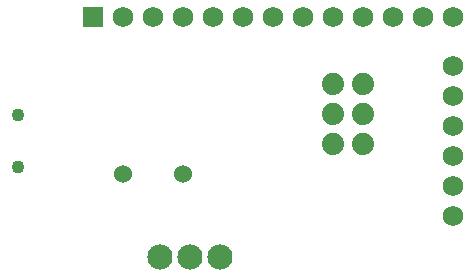
<source format=gbs>
G75*
G70*
%OFA0B0*%
%FSLAX24Y24*%
%IPPOS*%
%LPD*%
%AMOC8*
5,1,8,0,0,1.08239X$1,22.5*
%
%ADD10C,0.0434*%
%ADD11C,0.0600*%
%ADD12R,0.0680X0.0680*%
%ADD13C,0.0680*%
%ADD14C,0.0840*%
%ADD15C,0.0740*%
D10*
X002930Y004689D03*
X002930Y006421D03*
D11*
X006430Y004430D03*
X008430Y004430D03*
D12*
X005430Y009680D03*
D13*
X006430Y009680D03*
X007430Y009680D03*
X008430Y009680D03*
X009430Y009680D03*
X010430Y009680D03*
X011430Y009680D03*
X012430Y009680D03*
X013430Y009680D03*
X014430Y009680D03*
X015430Y009680D03*
X016430Y009680D03*
X017430Y009680D03*
X017430Y008055D03*
X017430Y007055D03*
X017430Y006055D03*
X017430Y005055D03*
X017430Y004055D03*
X017430Y003055D03*
D14*
X009680Y001680D03*
X008680Y001680D03*
X007680Y001680D03*
D15*
X013430Y005430D03*
X014430Y005430D03*
X014430Y006430D03*
X013430Y006430D03*
X013430Y007430D03*
X014430Y007430D03*
M02*

</source>
